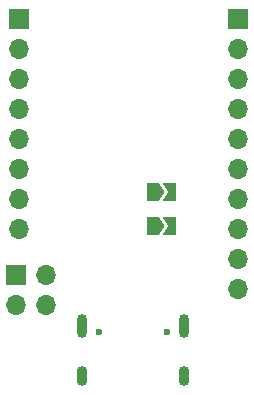
<source format=gbs>
%TF.GenerationSoftware,KiCad,Pcbnew,7.0.8*%
%TF.CreationDate,2024-04-05T01:26:40-03:00*%
%TF.ProjectId,iW-Little,69572d4c-6974-4746-9c65-2e6b69636164,rev?*%
%TF.SameCoordinates,Original*%
%TF.FileFunction,Soldermask,Bot*%
%TF.FilePolarity,Negative*%
%FSLAX46Y46*%
G04 Gerber Fmt 4.6, Leading zero omitted, Abs format (unit mm)*
G04 Created by KiCad (PCBNEW 7.0.8) date 2024-04-05 01:26:40*
%MOMM*%
%LPD*%
G01*
G04 APERTURE LIST*
G04 Aperture macros list*
%AMFreePoly0*
4,1,6,1.000000,0.000000,0.500000,-0.750000,-0.500000,-0.750000,-0.500000,0.750000,0.500000,0.750000,1.000000,0.000000,1.000000,0.000000,$1*%
%AMFreePoly1*
4,1,6,0.500000,-0.750000,-0.650000,-0.750000,-0.150000,0.000000,-0.650000,0.750000,0.500000,0.750000,0.500000,-0.750000,0.500000,-0.750000,$1*%
G04 Aperture macros list end*
%ADD10C,0.600000*%
%ADD11O,0.900000X2.000000*%
%ADD12O,0.900000X1.700000*%
%ADD13R,1.700000X1.700000*%
%ADD14O,1.700000X1.700000*%
%ADD15FreePoly0,0.000000*%
%ADD16FreePoly1,0.000000*%
G04 APERTURE END LIST*
D10*
X139213950Y-93500000D03*
X144993950Y-93500000D03*
D11*
X137783950Y-93020000D03*
D12*
X137783950Y-97190000D03*
D11*
X146423950Y-93020000D03*
D12*
X146423950Y-97190000D03*
D13*
X132450000Y-67000000D03*
D14*
X132450000Y-69540000D03*
X132450000Y-72080000D03*
X132450000Y-74620000D03*
X132450000Y-77160000D03*
X132450000Y-79700000D03*
X132450000Y-82240000D03*
X132450000Y-84780000D03*
D13*
X151000000Y-67000000D03*
D14*
X151000000Y-69540000D03*
X151000000Y-72080000D03*
X151000000Y-74620000D03*
X151000000Y-77160000D03*
X151000000Y-79700000D03*
X151000000Y-82240000D03*
X151000000Y-84780000D03*
X151000000Y-87320000D03*
X151000000Y-89860000D03*
D13*
X132210000Y-88710000D03*
D14*
X134750000Y-88710000D03*
X132210000Y-91250000D03*
X134750000Y-91250000D03*
D15*
X143800000Y-84500000D03*
D16*
X145250000Y-84500000D03*
D15*
X143800000Y-81650000D03*
D16*
X145250000Y-81650000D03*
M02*

</source>
